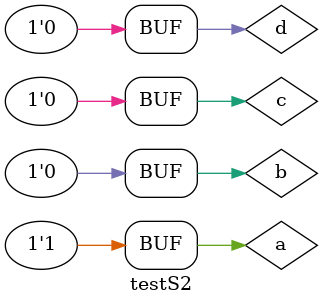
<source format=v>
module calculaS2(output s, input a, input b, input c, input d);
wire [1:0] sNot;
wire [4:0] sAnd;
wire sOr;

not NOT1 (sNot[0], c);
not NOT2 (sNot[1], d);

and AND1 (sAnd[0], b, sNot[0]);
and AND2 (sAnd[1], sAnd[0], sNot[1]);

and AND3 (sAnd[2], a, b);
and AND4 (sAnd[3], sAnd[2], sNot[1]);

and AND5 (sAnd[4], a, sNot[0]);

or OR1(sOr, sAnd[1], sAnd[3]);
or OR2(s, sOr, sAnd[4]);
endmodule //calculaS2

module testS2;
reg a;
reg b;
reg c;
reg d;
wire s;
calculaS2 testeS2 (s, a, b, c, d);
initial begin
 $display ("Exercício J");
 $display ("Úrsula Rosa - 427468");
 $display ("AB CD  S");
 a=0; b=0; c=0; d=0;
 $monitor ("%b%b %b%b  %b",a,b,c,d,s);
 #1 a=0; b=0; c=0; d=1;  
 #1 a=0; b=0; c=1; d=0;
 #1 a=0; b=1; c=0; d=0;
 #1 a=1; b=0; c=0; d=0;
end
endmodule //testS2
</source>
